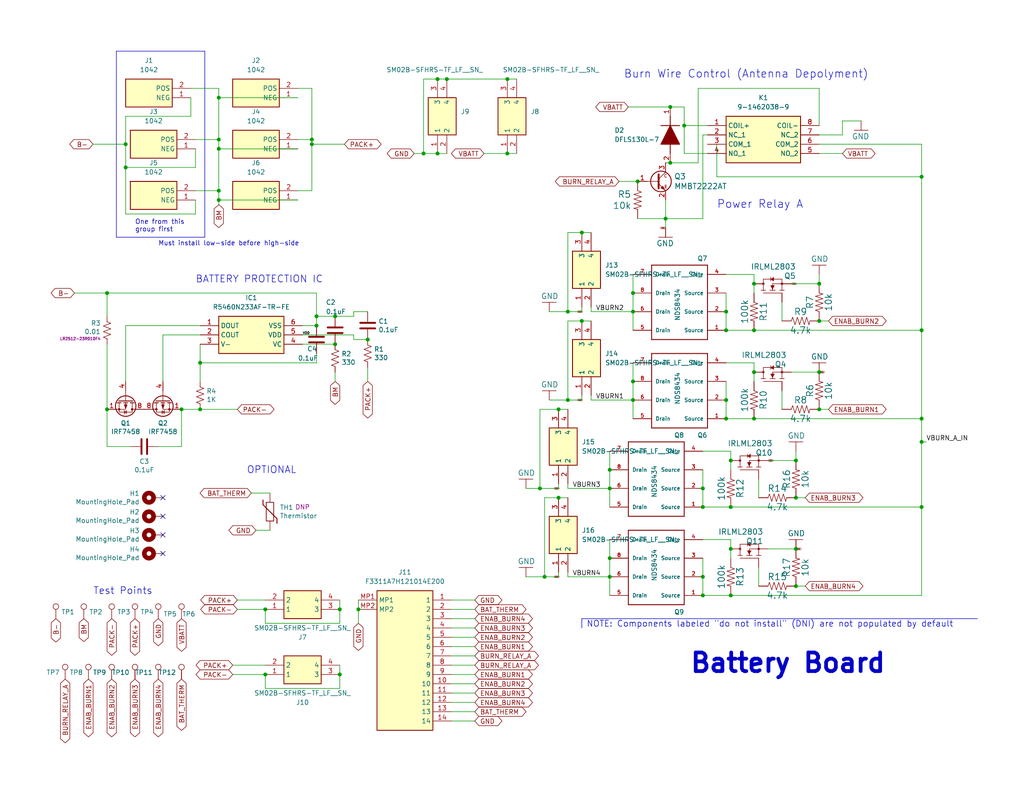
<source format=kicad_sch>
(kicad_sch (version 20230121) (generator eeschema)
  (paper "USLetter")
  (title_block (title "Battery Board") (date "2024-01-29") (rev "1.0") (company "CMU"))
  (junction (at 172.72 109.22))
  (junction (at 59.69 38.1))
  (junction (at 173.99 49.53))
  (junction (at 217.17 149.86))
  (junction (at 205.74 77.47))
  (junction (at 182.88 44.45))
  (junction (at 186.69 34.29))
  (junction (at 147.32 133.35))
  (junction (at 97.79 166.37))
  (junction (at 198.12 114.3))
  (junction (at 121.92 21.59))
  (junction (at 158.75 87.63))
  (junction (at 191.77 138.43))
  (junction (at 29.21 111.76))
  (junction (at 251.46 114.3))
  (junction (at 152.4 135.89))
  (junction (at 166.37 157.48))
  (junction (at 217.17 135.89))
  (junction (at 223.52 87.63))
  (junction (at 138.43 21.59))
  (junction (at 54.61 111.76))
  (junction (at 198.12 90.17))
  (junction (at 72.39 166.37))
  (junction (at 49.53 111.76))
  (junction (at 119.38 21.59))
  (junction (at 251.46 90.17))
  (junction (at 199.39 138.43))
  (junction (at 172.72 85.09))
  (junction (at 181.61 59.69))
  (junction (at 92.71 184.15))
  (junction (at 205.74 114.3))
  (junction (at 198.12 85.09))
  (junction (at 205.74 101.6))
  (junction (at 251.46 138.43))
  (junction (at 100.33 92.71))
  (junction (at 34.29 45.72))
  (junction (at 191.77 157.48))
  (junction (at 29.21 80.01))
  (junction (at 251.46 120.65))
  (junction (at 166.37 152.4))
  (junction (at 72.39 184.15))
  (junction (at 92.71 166.37))
  (junction (at 199.39 149.86))
  (junction (at 91.44 93.98))
  (junction (at 152.4 111.76))
  (junction (at 172.72 104.14))
  (junction (at 34.29 39.37))
  (junction (at 223.52 101.6))
  (junction (at 59.69 40.64))
  (junction (at 198.12 109.22))
  (junction (at 199.39 125.73))
  (junction (at 154.94 109.22))
  (junction (at 154.94 85.09))
  (junction (at 217.17 160.02))
  (junction (at 166.37 133.35))
  (junction (at 191.77 133.35))
  (junction (at 85.09 38.1))
  (junction (at 172.72 80.01))
  (junction (at 138.43 41.91))
  (junction (at 119.38 41.91))
  (junction (at 59.69 52.07))
  (junction (at 205.74 90.17))
  (junction (at 182.88 29.21))
  (junction (at 223.52 111.76))
  (junction (at 217.17 125.73))
  (junction (at 191.77 162.56))
  (junction (at 158.75 63.5))
  (junction (at 59.69 26.67))
  (junction (at 91.44 86.36))
  (junction (at 115.57 41.91))
  (junction (at 54.61 99.06))
  (junction (at 59.69 54.61))
  (junction (at 223.52 77.47))
  (junction (at 85.09 39.37))
  (junction (at 86.36 86.36))
  (junction (at 199.39 162.56))
  (junction (at 251.46 48.26))
  (junction (at 166.37 128.27))
  (junction (at 148.59 157.48))
  (junction (at 86.36 88.9))
  (no_connect (at 44.45 140.97))
  (no_connect (at 44.45 146.05))
  (no_connect (at 44.45 151.13))
  (no_connect (at 44.45 135.89))
  (wire (pts (xy 123.19 171.45) (xy 129.54 171.45)))
  (wire (pts (xy 154.94 109.22) (xy 158.75 109.22)))
  (wire (pts (xy 53.34 38.1) (xy 59.69 38.1)))
  (wire (pts (xy 166.37 157.48) (xy 166.37 152.4)))
  (wire (pts (xy 86.36 86.36) (xy 86.36 80.01)))
  (wire (pts (xy 198.12 104.14) (xy 198.12 109.22)))
  (wire (pts (xy 34.29 104.14) (xy 34.29 88.9)))
  (wire (pts (xy 198.12 80.01) (xy 198.12 85.09)))
  (wire (pts (xy 205.74 74.93) (xy 205.74 77.47)))
  (wire (pts (xy 172.72 85.09) (xy 172.72 90.17)))
  (wire (pts (xy 49.53 111.76) (xy 54.61 111.76)))
  (wire (pts (xy 193.04 36.83) (xy 191.77 36.83)))
  (wire (pts (xy 59.69 40.64) (xy 81.28 40.64)))
  (wire (pts (xy 72.39 166.37) (xy 72.39 170.18)))
  (wire (pts (xy 59.69 40.64) (xy 59.69 52.07)))
  (wire (pts (xy 172.72 114.3) (xy 172.72 109.22)))
  (wire (pts (xy 166.37 133.35) (xy 166.37 138.43)))
  (wire (pts (xy 205.74 90.17) (xy 251.46 90.17)))
  (wire (pts (xy 152.4 111.76) (xy 154.94 111.76)))
  (wire (pts (xy 81.28 24.13) (xy 85.09 24.13)))
  (wire (pts (xy 223.52 41.91) (xy 229.87 41.91)))
  (polyline (pts (xy 158.75 168.91) (xy 266.7 168.91)))
  (wire (pts (xy 68.58 134.62) (xy 73.66 134.62)))
  (wire (pts (xy 123.19 173.99) (xy 129.54 173.99)))
  (wire (pts (xy 59.69 52.07) (xy 59.69 54.61)))
  (wire (pts (xy 92.71 187.96) (xy 92.71 184.15)))
  (wire (pts (xy 198.12 99.06) (xy 205.74 99.06)))
  (wire (pts (xy 158.75 87.63) (xy 161.29 87.63)))
  (wire (pts (xy 85.09 39.37) (xy 85.09 52.07)))
  (wire (pts (xy 154.94 133.35) (xy 166.37 133.35)))
  (wire (pts (xy 154.94 132.08) (xy 154.94 133.35)))
  (wire (pts (xy 69.85 144.78) (xy 73.66 144.78)))
  (wire (pts (xy 207.01 130.81) (xy 207.01 135.89)))
  (wire (pts (xy 86.36 80.01) (xy 29.21 80.01)))
  (wire (pts (xy 158.75 107.95) (xy 158.75 109.22)))
  (wire (pts (xy 158.75 83.82) (xy 158.75 85.09)))
  (wire (pts (xy 191.77 152.4) (xy 191.77 157.48)))
  (wire (pts (xy 190.5 24.13) (xy 223.52 24.13)))
  (wire (pts (xy 52.07 31.75) (xy 34.29 31.75)))
  (wire (pts (xy 53.34 40.64) (xy 53.34 45.72)))
  (wire (pts (xy 82.55 88.9) (xy 86.36 88.9)))
  (wire (pts (xy 59.69 38.1) (xy 59.69 40.64)))
  (polyline (pts (xy 55.88 64.77) (xy 31.75 64.77)))
  (wire (pts (xy 123.19 189.23) (xy 129.54 189.23)))
  (wire (pts (xy 96.52 85.09) (xy 100.33 85.09)))
  (wire (pts (xy 96.52 91.44) (xy 96.52 92.71)))
  (wire (pts (xy 123.19 196.85) (xy 129.54 196.85)))
  (wire (pts (xy 123.19 168.91) (xy 129.54 168.91)))
  (wire (pts (xy 52.07 26.67) (xy 52.07 31.75)))
  (wire (pts (xy 223.52 77.47) (xy 223.52 74.93)))
  (wire (pts (xy 97.79 163.83) (xy 97.79 166.37)))
  (wire (pts (xy 115.57 41.91) (xy 119.38 41.91)))
  (wire (pts (xy 223.52 111.76) (xy 226.06 111.76)))
  (wire (pts (xy 123.19 181.61) (xy 129.54 181.61)))
  (wire (pts (xy 123.19 179.07) (xy 129.54 179.07)))
  (wire (pts (xy 213.36 82.55) (xy 213.36 87.63)))
  (wire (pts (xy 81.28 38.1) (xy 85.09 38.1)))
  (wire (pts (xy 81.28 54.61) (xy 59.69 54.61)))
  (wire (pts (xy 123.19 176.53) (xy 129.54 176.53)))
  (wire (pts (xy 251.46 90.17) (xy 251.46 114.3)))
  (wire (pts (xy 154.94 157.48) (xy 166.37 157.48)))
  (wire (pts (xy 195.58 39.37) (xy 195.58 48.26)))
  (wire (pts (xy 186.69 34.29) (xy 193.04 34.29)))
  (wire (pts (xy 143.51 133.35) (xy 147.32 133.35)))
  (wire (pts (xy 86.36 96.52) (xy 86.36 99.06)))
  (wire (pts (xy 53.34 45.72) (xy 34.29 45.72)))
  (wire (pts (xy 149.86 109.22) (xy 154.94 109.22)))
  (wire (pts (xy 166.37 123.19) (xy 166.37 128.27)))
  (wire (pts (xy 205.74 80.01) (xy 205.74 77.47)))
  (wire (pts (xy 161.29 83.82) (xy 161.29 85.09)))
  (polyline (pts (xy 31.75 64.77) (xy 31.75 13.97)))
  (wire (pts (xy 52.07 24.13) (xy 59.69 24.13)))
  (wire (pts (xy 186.69 34.29) (xy 186.69 41.91)))
  (wire (pts (xy 199.39 162.56) (xy 251.46 162.56)))
  (wire (pts (xy 82.55 93.98) (xy 91.44 93.98)))
  (wire (pts (xy 143.51 157.48) (xy 148.59 157.48)))
  (wire (pts (xy 217.17 149.86) (xy 209.55 149.86)))
  (wire (pts (xy 193.04 39.37) (xy 195.58 39.37)))
  (wire (pts (xy 199.39 152.4) (xy 199.39 149.86)))
  (wire (pts (xy 115.57 21.59) (xy 119.38 21.59)))
  (wire (pts (xy 123.19 186.69) (xy 129.54 186.69)))
  (wire (pts (xy 59.69 54.61) (xy 59.69 55.88)))
  (wire (pts (xy 64.77 166.37) (xy 72.39 166.37)))
  (wire (pts (xy 44.45 91.44) (xy 54.61 91.44)))
  (wire (pts (xy 44.45 91.44) (xy 44.45 104.14)))
  (wire (pts (xy 223.52 36.83) (xy 229.87 36.83)))
  (wire (pts (xy 182.88 29.21) (xy 186.69 29.21)))
  (wire (pts (xy 152.4 132.08) (xy 152.4 133.35)))
  (wire (pts (xy 34.29 45.72) (xy 34.29 58.42)))
  (wire (pts (xy 205.74 104.14) (xy 205.74 101.6)))
  (wire (pts (xy 63.5 184.15) (xy 72.39 184.15)))
  (wire (pts (xy 223.52 24.13) (xy 223.52 34.29)))
  (wire (pts (xy 205.74 114.3) (xy 198.12 114.3)))
  (wire (pts (xy 64.77 163.83) (xy 72.39 163.83)))
  (wire (pts (xy 172.72 80.01) (xy 172.72 85.09)))
  (wire (pts (xy 59.69 26.67) (xy 59.69 38.1)))
  (wire (pts (xy 158.75 87.63) (xy 154.94 87.63)))
  (wire (pts (xy 43.18 121.92) (xy 49.53 121.92)))
  (wire (pts (xy 64.77 111.76) (xy 54.61 111.76)))
  (wire (pts (xy 186.69 29.21) (xy 186.69 34.29)))
  (wire (pts (xy 29.21 121.92) (xy 29.21 111.76)))
  (wire (pts (xy 171.45 29.21) (xy 182.88 29.21)))
  (wire (pts (xy 173.99 59.69) (xy 181.61 59.69)))
  (polyline (pts (xy 31.75 13.97) (xy 55.88 13.97)))
  (wire (pts (xy 161.29 109.22) (xy 172.72 109.22)))
  (wire (pts (xy 251.46 114.3) (xy 251.46 120.65)))
  (wire (pts (xy 158.75 63.5) (xy 161.29 63.5)))
  (wire (pts (xy 251.46 39.37) (xy 251.46 48.26)))
  (wire (pts (xy 34.29 88.9) (xy 54.61 88.9)))
  (wire (pts (xy 29.21 80.01) (xy 20.32 80.01)))
  (wire (pts (xy 199.39 147.32) (xy 199.39 149.86)))
  (wire (pts (xy 54.61 99.06) (xy 54.61 93.98)))
  (wire (pts (xy 152.4 156.21) (xy 152.4 157.48)))
  (wire (pts (xy 191.77 59.69) (xy 181.61 59.69)))
  (wire (pts (xy 191.77 128.27) (xy 191.77 133.35)))
  (wire (pts (xy 182.88 44.45) (xy 190.5 44.45)))
  (wire (pts (xy 181.61 62.23) (xy 181.61 59.69)))
  (wire (pts (xy 199.39 162.56) (xy 191.77 162.56)))
  (wire (pts (xy 195.58 48.26) (xy 251.46 48.26)))
  (wire (pts (xy 123.19 184.15) (xy 129.54 184.15)))
  (wire (pts (xy 209.55 125.73) (xy 217.17 125.73)))
  (wire (pts (xy 181.61 59.69) (xy 181.61 54.61)))
  (wire (pts (xy 97.79 166.37) (xy 97.79 170.18)))
  (wire (pts (xy 198.12 85.09) (xy 198.12 90.17)))
  (wire (pts (xy 190.5 44.45) (xy 190.5 24.13)))
  (wire (pts (xy 82.55 91.44) (xy 96.52 91.44)))
  (wire (pts (xy 154.94 85.09) (xy 154.94 63.5)))
  (wire (pts (xy 149.86 85.09) (xy 154.94 85.09)))
  (wire (pts (xy 132.08 41.91) (xy 138.43 41.91)))
  (wire (pts (xy 123.19 191.77) (xy 129.54 191.77)))
  (wire (pts (xy 217.17 160.02) (xy 219.71 160.02)))
  (wire (pts (xy 229.87 36.83) (xy 229.87 33.02)))
  (wire (pts (xy 119.38 21.59) (xy 121.92 21.59)))
  (wire (pts (xy 53.34 52.07) (xy 59.69 52.07)))
  (wire (pts (xy 191.77 138.43) (xy 199.39 138.43)))
  (wire (pts (xy 34.29 39.37) (xy 25.4 39.37)))
  (wire (pts (xy 154.94 156.21) (xy 154.94 157.48)))
  (wire (pts (xy 85.09 24.13) (xy 85.09 38.1)))
  (wire (pts (xy 191.77 157.48) (xy 191.77 162.56)))
  (wire (pts (xy 34.29 58.42) (xy 53.34 58.42)))
  (wire (pts (xy 72.39 187.96) (xy 92.71 187.96)))
  (wire (pts (xy 152.4 135.89) (xy 148.59 135.89)))
  (wire (pts (xy 213.36 106.68) (xy 213.36 111.76)))
  (wire (pts (xy 29.21 111.76) (xy 29.21 93.98)))
  (wire (pts (xy 191.77 123.19) (xy 199.39 123.19)))
  (wire (pts (xy 91.44 104.14) (xy 91.44 101.6)))
  (wire (pts (xy 172.72 74.93) (xy 172.72 80.01)))
  (wire (pts (xy 223.52 39.37) (xy 251.46 39.37)))
  (wire (pts (xy 191.77 147.32) (xy 199.39 147.32)))
  (wire (pts (xy 191.77 36.83) (xy 191.77 59.69)))
  (wire (pts (xy 199.39 123.19) (xy 199.39 125.73)))
  (wire (pts (xy 172.72 109.22) (xy 172.72 104.14)))
  (wire (pts (xy 92.71 163.83) (xy 92.71 166.37)))
  (wire (pts (xy 49.53 121.92) (xy 49.53 111.76)))
  (wire (pts (xy 35.56 121.92) (xy 29.21 121.92)))
  (wire (pts (xy 91.44 86.36) (xy 96.52 86.36)))
  (wire (pts (xy 123.19 194.31) (xy 129.54 194.31)))
  (wire (pts (xy 123.19 166.37) (xy 129.54 166.37)))
  (wire (pts (xy 152.4 135.89) (xy 154.94 135.89)))
  (wire (pts (xy 154.94 87.63) (xy 154.94 109.22)))
  (wire (pts (xy 85.09 38.1) (xy 85.09 39.37)))
  (wire (pts (xy 251.46 138.43) (xy 251.46 120.65)))
  (wire (pts (xy 181.61 44.45) (xy 182.88 44.45)))
  (wire (pts (xy 72.39 184.15) (xy 72.39 187.96)))
  (wire (pts (xy 223.52 87.63) (xy 226.06 87.63)))
  (wire (pts (xy 148.59 135.89) (xy 148.59 157.48)))
  (wire (pts (xy 96.52 86.36) (xy 96.52 85.09)))
  (wire (pts (xy 100.33 104.14) (xy 100.33 100.33)))
  (wire (pts (xy 96.52 92.71) (xy 100.33 92.71)))
  (wire (pts (xy 198.12 90.17) (xy 205.74 90.17)))
  (wire (pts (xy 148.59 157.48) (xy 152.4 157.48)))
  (wire (pts (xy 85.09 39.37) (xy 93.98 39.37)))
  (wire (pts (xy 191.77 133.35) (xy 191.77 138.43)))
  (wire (pts (xy 121.92 21.59) (xy 138.43 21.59)))
  (wire (pts (xy 217.17 135.89) (xy 219.71 135.89)))
  (wire (pts (xy 251.46 48.26) (xy 251.46 90.17)))
  (wire (pts (xy 86.36 86.36) (xy 91.44 86.36)))
  (wire (pts (xy 81.28 26.67) (xy 59.69 26.67)))
  (wire (pts (xy 86.36 86.36) (xy 86.36 88.9)))
  (wire (pts (xy 166.37 152.4) (xy 166.37 147.32)))
  (polyline (pts (xy 55.88 13.97) (xy 55.88 64.77)))
  (wire (pts (xy 251.46 162.56) (xy 251.46 138.43)))
  (wire (pts (xy 199.39 128.27) (xy 199.39 125.73)))
  (wire (pts (xy 92.71 181.61) (xy 92.71 184.15)))
  (wire (pts (xy 115.57 41.91) (xy 115.57 21.59)))
  (wire (pts (xy 92.71 170.18) (xy 92.71 166.37)))
  (wire (pts (xy 217.17 125.73) (xy 217.17 123.19)))
  (wire (pts (xy 229.87 33.02) (xy 234.95 33.02)))
  (polyline (pts (xy 158.75 171.45) (xy 158.75 168.91)))
  (wire (pts (xy 154.94 85.09) (xy 158.75 85.09)))
  (wire (pts (xy 147.32 111.76) (xy 147.32 133.35)))
  (wire (pts (xy 198.12 74.93) (xy 205.74 74.93)))
  (wire (pts (xy 198.12 109.22) (xy 198.12 114.3)))
  (wire (pts (xy 29.21 80.01) (xy 29.21 86.36)))
  (wire (pts (xy 34.29 31.75) (xy 34.29 39.37)))
  (wire (pts (xy 168.91 49.53) (xy 173.99 49.53)))
  (wire (pts (xy 138.43 41.91) (xy 140.97 41.91)))
  (wire (pts (xy 147.32 133.35) (xy 152.4 133.35)))
  (wire (pts (xy 161.29 85.09) (xy 172.72 85.09)))
  (wire (pts (xy 152.4 111.76) (xy 147.32 111.76)))
  (wire (pts (xy 138.43 21.59) (xy 140.97 21.59)))
  (wire (pts (xy 85.09 52.07) (xy 81.28 52.07)))
  (wire (pts (xy 59.69 24.13) (xy 59.69 26.67)))
  (wire (pts (xy 123.19 163.83) (xy 129.54 163.83)))
  (wire (pts (xy 252.73 120.65) (xy 251.46 120.65)))
  (wire (pts (xy 119.38 41.91) (xy 121.92 41.91)))
  (wire (pts (xy 161.29 107.95) (xy 161.29 109.22)))
  (wire (pts (xy 34.29 39.37) (xy 34.29 45.72)))
  (wire (pts (xy 199.39 138.43) (xy 251.46 138.43)))
  (wire (pts (xy 53.34 58.42) (xy 53.34 54.61)))
  (wire (pts (xy 54.61 104.14) (xy 54.61 99.06)))
  (wire (pts (xy 86.36 99.06) (xy 54.61 99.06)))
  (wire (pts (xy 166.37 128.27) (xy 166.37 133.35)))
  (wire (pts (xy 193.04 41.91) (xy 186.69 41.91)))
  (wire (pts (xy 72.39 170.18) (xy 92.71 170.18)))
  (wire (pts (xy 166.37 162.56) (xy 166.37 157.48)))
  (wire (pts (xy 205.74 99.06) (xy 205.74 101.6)))
  (wire (pts (xy 113.03 41.91) (xy 115.57 41.91)))
  (wire (pts (xy 205.74 114.3) (xy 251.46 114.3)))
  (wire (pts (xy 215.9 77.47) (xy 223.52 77.47)))
  (wire (pts (xy 154.94 63.5) (xy 158.75 63.5)))
  (wire (pts (xy 172.72 104.14) (xy 172.72 99.06)))
  (wire (pts (xy 207.01 154.94) (xy 207.01 160.02)))
  (wire (pts (xy 63.5 181.61) (xy 72.39 181.61)))
  (wire (pts (xy 223.52 101.6) (xy 215.9 101.6)))
  (text "NOTE: Components labeled \"do not install\" (DNI) are not populated by default" (at 160.02 171.45 0) (effects (font (size 1.651 1.651)) (justify left bottom)))
  (text "OPTIONAL" (at 67.31 129.54 0) (effects (font (size 1.905 1.905)) (justify left bottom)))
  (text "BATTERY PROTECTION IC" (at 53.34 77.47 0) (effects (font (size 1.905 1.905)) (justify left bottom)))
  (text "Power Relay A" (at 195.58 57.15 0) (effects (font (size 2.159 2.159)) (justify left bottom)))
  (text "Must install low-side before high-side" (at 43.18 67.31 0) (effects (font (size 1.27 1.27)) (justify left bottom)))
  (text "Battery Board" (at 187.96 184.15 0) (effects (font (size 5.08 5.08) (thickness 1.016) bold) (justify left bottom)))
  (text "Burn Wire Control (Antenna Depolyment)" (at 170.18 21.59 0) (effects (font (size 2.159 2.159)) (justify left bottom)))
  (text "Test Points" (at 25.4 162.56 0) (effects (font (size 1.905 1.905)) (justify left bottom)))
  (text "One from this \ngroup first" (at 36.83 63.5 0) (effects (font (size 1.27 1.27)) (justify left bottom)))
  (label "VDD" (at 82.55 91.44 0) (effects (font (size 0.635 0.635))))
  (label "VBURN4" (at 156.21 157.48 0))
  (label "VBURN2" (at 162.56 85.09 0))
  (label "VBURN_A_IN" (at 252.73 120.65 0))
  (label "VBURN1" (at 162.56 109.22 0))
  (label "VBURN3" (at 156.21 133.35 0))
  (global_label "GND" (shape bidirectional) (at 129.54 196.85 0) (property "Intersheetrefs" "${INTERSHEET_REFS}" (effects hide)))
  (global_label "GND" (shape bidirectional) (at 151.13 157.48 0) (effects (font (size 0.254 0.254))) (property "Intersheetrefs" "${INTERSHEET_REFS}" (effects hide)))
  (global_label "PACK-" (shape bidirectional) (at 64.77 111.76 0) (property "Intersheetrefs" "${INTERSHEET_REFS}" (effects hide)))
  (global_label "ENAB_BURN2" (shape bidirectional) (at 30.48 185.42 270) (property "Intersheetrefs" "${INTERSHEET_REFS}" (effects hide)))
  (global_label "ENAB_BURN1" (shape bidirectional) (at 226.06 111.76 0) (property "Intersheetrefs" "${INTERSHEET_REFS}" (effects hide)))
  (global_label "GND" (shape bidirectional) (at 223.52 101.6 0) (effects (font (size 0.254 0.254))) (property "Intersheetrefs" "${INTERSHEET_REFS}" (effects hide)))
  (global_label "GND" (shape bidirectional) (at 97.79 170.18 270) (property "Intersheetrefs" "${INTERSHEET_REFS}" (effects hide)))
  (global_label "GND" (shape bidirectional) (at 129.54 163.83 0) (property "Intersheetrefs" "${INTERSHEET_REFS}" (effects hide)))
  (global_label "BURN_RELAY_A" (shape bidirectional) (at 129.54 179.07 0) (property "Intersheetrefs" "${INTERSHEET_REFS}" (effects hide)))
  (global_label "PACK+" (shape bidirectional) (at 100.33 104.14 270) (property "Intersheetrefs" "${INTERSHEET_REFS}" (effects hide)))
  (global_label "PACK-" (shape bidirectional) (at 63.5 184.15 180) (property "Intersheetrefs" "${INTERSHEET_REFS}" (effects hide)))
  (global_label "GND" (shape bidirectional) (at 181.61 62.23 180) (effects (font (size 0.254 0.254))) (property "Intersheetrefs" "${INTERSHEET_REFS}" (effects hide)))
  (global_label "ENAB_BURN3" (shape bidirectional) (at 129.54 189.23 0) (property "Intersheetrefs" "${INTERSHEET_REFS}" (effects hide)))
  (global_label "ENAB_BURN2" (shape bidirectional) (at 129.54 186.69 0) (property "Intersheetrefs" "${INTERSHEET_REFS}" (effects hide)))
  (global_label "ENAB_BURN3" (shape bidirectional) (at 129.54 171.45 0) (property "Intersheetrefs" "${INTERSHEET_REFS}" (effects hide)))
  (global_label "ENAB_BURN2" (shape bidirectional) (at 226.06 87.63 0) (property "Intersheetrefs" "${INTERSHEET_REFS}" (effects hide)))
  (global_label "BM" (shape bidirectional) (at 91.44 104.14 270) (property "Intersheetrefs" "${INTERSHEET_REFS}" (effects hide)))
  (global_label "PACK+" (shape bidirectional) (at 36.83 168.91 270) (property "Intersheetrefs" "${INTERSHEET_REFS}" (effects hide)))
  (global_label "B-" (shape bidirectional) (at 25.4 39.37 180) (property "Intersheetrefs" "${INTERSHEET_REFS}" (effects hide)))
  (global_label "PACK+" (shape bidirectional) (at 64.77 163.83 180) (property "Intersheetrefs" "${INTERSHEET_REFS}" (effects hide)))
  (global_label "VBATT" (shape bidirectional) (at 229.87 41.91 0) (property "Intersheetrefs" "${INTERSHEET_REFS}" (effects hide)))
  (global_label "VBATT" (shape bidirectional) (at 132.08 41.91 180) (property "Intersheetrefs" "${INTERSHEET_REFS}" (effects hide)))
  (global_label "GND" (shape bidirectional) (at 43.18 168.91 270) (property "Intersheetrefs" "${INTERSHEET_REFS}" (effects hide)))
  (global_label "ENAB_BURN1" (shape bidirectional) (at 129.54 184.15 0) (property "Intersheetrefs" "${INTERSHEET_REFS}" (effects hide)))
  (global_label "BAT_THERM" (shape bidirectional) (at 129.54 194.31 0) (property "Intersheetrefs" "${INTERSHEET_REFS}" (effects hide)))
  (global_label "BAT_THERM" (shape bidirectional) (at 49.53 185.42 270) (property "Intersheetrefs" "${INTERSHEET_REFS}" (effects hide)))
  (global_label "BURN_RELAY_A" (shape bidirectional) (at 17.78 185.42 270) (property "Intersheetrefs" "${INTERSHEET_REFS}" (effects hide)))
  (global_label "GND" (shape bidirectional) (at 209.55 125.73 0) (effects (font (size 0.254 0.254))) (property "Intersheetrefs" "${INTERSHEET_REFS}" (effects hide)))
  (global_label "ENAB_BURN4" (shape bidirectional) (at 219.71 160.02 0) (property "Intersheetrefs" "${INTERSHEET_REFS}" (effects hide)))
  (global_label "GND" (shape bidirectional) (at 151.13 133.35 0) (effects (font (size 0.254 0.254))) (property "Intersheetrefs" "${INTERSHEET_REFS}" (effects hide)))
  (global_label "BAT_THERM" (shape bidirectional) (at 68.58 134.62 180) (property "Intersheetrefs" "${INTERSHEET_REFS}" (effects hide)))
  (global_label "BM" (shape bidirectional) (at 59.69 55.88 270) (property "Intersheetrefs" "${INTERSHEET_REFS}" (effects hide)))
  (global_label "BURN_RELAY_A" (shape bidirectional) (at 129.54 181.61 0) (property "Intersheetrefs" "${INTERSHEET_REFS}" (effects hide)))
  (global_label "PACK-" (shape bidirectional) (at 30.48 168.91 270) (property "Intersheetrefs" "${INTERSHEET_REFS}" (effects hide)))
  (global_label "GND" (shape bidirectional) (at 157.48 109.22 0) (effects (font (size 0.254 0.254))) (property "Intersheetrefs" "${INTERSHEET_REFS}" (effects hide)))
  (global_label "GND" (shape bidirectional) (at 157.48 85.09 0) (effects (font (size 0.254 0.254))) (property "Intersheetrefs" "${INTERSHEET_REFS}" (effects hide)))
  (global_label "ENAB_BURN4" (shape bidirectional) (at 129.54 168.91 0) (property "Intersheetrefs" "${INTERSHEET_REFS}" (effects hide)))
  (global_label "BM" (shape bidirectional) (at 22.86 168.91 270) (property "Intersheetrefs" "${INTERSHEET_REFS}" (effects hide)))
  (global_label "BAT_THERM" (shape bidirectional) (at 129.54 166.37 0) (property "Intersheetrefs" "${INTERSHEET_REFS}" (effects hide)))
  (global_label "VBATT" (shape bidirectional) (at 171.45 29.21 180) (property "Intersheetrefs" "${INTERSHEET_REFS}" (effects hide)))
  (global_label "PACK+" (shape bidirectional) (at 93.98 39.37 0) (property "Intersheetrefs" "${INTERSHEET_REFS}" (effects hide)))
  (global_label "ENAB_BURN4" (shape bidirectional) (at 43.18 185.42 270) (property "Intersheetrefs" "${INTERSHEET_REFS}" (effects hide)))
  (global_label "ENAB_BURN3" (shape bidirectional) (at 36.83 185.42 270) (property "Intersheetrefs" "${INTERSHEET_REFS}" (effects hide)))
  (global_label "ENAB_BURN1" (shape bidirectional) (at 129.54 176.53 0) (property "Intersheetrefs" "${INTERSHEET_REFS}" (effects hide)))
  (global_label "ENAB_BURN3" (shape bidirectional) (at 219.71 135.89 0) (property "Intersheetrefs" "${INTERSHEET_REFS}" (effects hide)))
  (global_label "ENAB_BURN2" (shape bidirectional) (at 129.54 173.99 0) (property "Intersheetrefs" "${INTERSHEET_REFS}" (effects hide)))
  (global_label "B-" (shape bidirectional) (at 15.24 168.91 270) (property "Intersheetrefs" "${INTERSHEET_REFS}" (effects hide)))
  (global_label "GND" (shape bidirectional) (at 113.03 41.91 180) (property "Intersheetrefs" "${INTERSHEET_REFS}" (effects hide)))
  (global_label "ENAB_BURN4" (shape bidirectional) (at 129.54 191.77 0) (property "Intersheetrefs" "${INTERSHEET_REFS}" (effects hide)))
  (global_label "GND" (shape bidirectional) (at 217.17 149.86 0) (effects (font (size 0.254 0.254))) (property "Intersheetrefs" "${INTERSHEET_REFS}" (effects hide)))
  (global_label "BURN_RELAY_A" (shape bidirectional) (at 168.91 49.53 180) (property "Intersheetrefs" "${INTERSHEET_REFS}" (effects hide)))
  (global_label "ENAB_BURN1" (shape bidirectional) (at 24.13 185.42 270) (property "Intersheetrefs" "${INTERSHEET_REFS}" (effects hide)))
  (global_label "GND" (shape bidirectional) (at 69.85 144.78 180) (property "Intersheetrefs" "${INTERSHEET_REFS}" (effects hide)))
  (global_label "B-" (shape bidirectional) (at 20.32 80.01 180) (property "Intersheetrefs" "${INTERSHEET_REFS}" (effects hide)))
  (global_label "VBATT" (shape bidirectional) (at 49.53 168.91 270) (property "Intersheetrefs" "${INTERSHEET_REFS}" (effects hide)))
  (global_label "PACK+" (shape bidirectional) (at 63.5 181.61 180) (property "Intersheetrefs" "${INTERSHEET_REFS}" (effects hide)))
  (global_label "PACK-" (shape bidirectional) (at 64.77 166.37 180) (property "Intersheetrefs" "${INTERSHEET_REFS}" (effects hide)))
  (global_label "GND" (shape bidirectional) (at 215.9 77.47 0) (effects (font (size 0.254 0.254))) (property "Intersheetrefs" "${INTERSHEET_REFS}" (effects hide)))
  (symbol (lib_id "Connector:TestPoint") (at 15.24 168.91 0) (unit 1)
    (property "Reference" "TP1" (at 16.7132 167.0812 0) (effects (justify left)))
    (property "Value" "TestPoint" (effects hide))
    (property "Footprint" "TestPoint:TestPoint_Loop_D1.80mm_Drill1.0mm_Beaded" (effects hide))
    (property "DNP" "DNP" (effects hide))
  )
  (symbol (lib_id "Connector:TestPoint") (at 22.86 168.91 0) (unit 1)
    (property "Reference" "TP2" (at 24.3332 167.0812 0) (effects (justify left)))
    (property "Value" "TestPoint" (effects hide))
    (property "Footprint" "TestPoint:TestPoint_Loop_D1.80mm_Drill1.0mm_Beaded" (effects hide))
    (property "DNP" "DNP" (effects hide))
  )
  (symbol (lib_id "Connector:TestPoint") (at 30.48 168.91 0) (unit 1)
    (property "Reference" "TP3" (at 31.9532 167.0812 0) (effects (justify left)))
    (property "Value" "TestPoint" (effects hide))
    (property "Footprint" "TestPoint:TestPoint_Loop_D1.80mm_Drill1.0mm_Beaded" (effects hide))
    (property "DNP" "DNP" (effects hide))
  )
  (symbol (lib_id "Connector:TestPoint") (at 36.83 168.91 0) (unit 1)
    (property "Reference" "TP4" (at 38.3032 167.0812 0) (effects (justify left)))
    (property "Value" "TestPoint" (effects hide))
    (property "Footprint" "TestPoint:TestPoint_Loop_D1.80mm_Drill1.0mm_Beaded" (effects hide))
    (property "DNP" "DNP" (effects hide))
  )
  (symbol (lib_id "Transistor_FET:IRF7404") (at 44.45 109.22 90) (mirror x) (unit 1)
    (property "Reference" "Q2" (at 44.45 115.5446 90))
    (property "Value" "IRF7458" (at 44.45 117.856 90))
    (property "Footprint" "Package_SO:SOIC-8_3.9x4.9mm_P1.27mm" (effects hide))
    (property "Datasheet" "http://www.infineon.com/dgdl/irf7404.pdf?fileId=5546d462533600a4015355fa2b5b1b9e" (effects hide))
  )
  (symbol (lib_id "Transistor_FET:IRF7404") (at 34.29 109.22 270) (unit 1)
    (property "Reference" "Q1" (at 34.29 115.5446 90))
    (property "Value" "IRF7458" (at 34.29 117.856 90))
    (property "Footprint" "Package_SO:SOIC-8_3.9x4.9mm_P1.27mm" (effects hide))
    (property "Datasheet" "http://www.infineon.com/dgdl/irf7404.pdf?fileId=5546d462533600a4015355fa2b5b1b9e" (effects hide))
  )
  (symbol (lib_id "Device:R_US") (at 91.44 97.79 180) (unit 1)
    (property "Reference" "R2" (at 93.1672 96.6216 0) (effects (justify right)))
    (property "Value" "330" (at 93.1672 98.933 0) (effects (justify right)))
    (property "Footprint" "Resistor_SMD:R_0603_1608Metric" (effects hide))
  )
  (symbol (lib_id "Device:C") (at 91.44 90.17 0) (unit 1)
    (property "Reference" "C2" (at 88.9 82.55 0) (effects (justify left)))
    (property "Value" "0.1uF" (at 88.9 85.09 0) (effects (justify left)))
    (property "Footprint" "Capacitor_SMD:C_0603_1608Metric" (effects hide))
  )
  (symbol (lib_id "Device:C") (at 100.33 88.9 0) (unit 1)
    (property "Reference" "C1" (at 103.251 87.7316 0) (effects (justify left)))
    (property "Value" "0.1uF" (at 103.251 90.043 0) (effects (justify left)))
    (property "Footprint" "Capacitor_SMD:C_0603_1608Metric" (effects hide))
  )
  (symbol (lib_id "Device:R_US") (at 100.33 96.52 180) (unit 1)
    (property "Reference" "R1" (at 102.0572 95.3516 0) (effects (justify right)))
    (property "Value" "330" (at 102.0572 97.663 0) (effects (justify right)))
    (property "Footprint" "Resistor_SMD:R_0603_1608Metric" (effects hide))
  )
  (symbol (lib_id "Device:R_US") (at 54.61 107.95 0) (unit 1)
    (property "Reference" "R4" (at 56.3372 106.7816 0) (effects (justify left)))
    (property "Value" "1K" (at 56.3372 109.093 0) (effects (justify left)))
    (property "Footprint" "Resistor_SMD:R_0603_1608Metric" (effects hide))
    (property "Manufacturer_Part_Number" "LR2512-23R010F4" (effects hide))
  )
  (symbol (lib_id "Device:C") (at 86.36 92.71 0) (unit 1)
    (property "Reference" "C4" (at 83.82 95.25 0) (effects (justify left)))
    (property "Value" "0.1uF" (at 81.28 97.79 0) (effects (justify left)))
    (property "Footprint" "Capacitor_SMD:C_0603_1608Metric" (effects hide))
  )
  (symbol (lib_id "Device:R_US") (at 29.21 90.17 0) (unit 1)
    (property "Reference" "R3" (at 27.4828 88.2396 0) (effects (justify right)))
    (property "Value" "0.01" (at 27.4828 90.551 0) (effects (justify right)))
    (property "Footprint" "Resistor_SMD:R_2512_6332Metric" (effects hide))
    (property "PN" "LR2512-23R010F4" (at 27.4828 92.4814 0) (effects (font (size 0.762 0.762)) (justify right)))
  )
  (symbol (lib_id "Device:C") (at 39.37 121.92 90) (unit 1)
    (property "Reference" "C3" (at 39.37 125.984 90))
    (property "Value" "0.1uF" (at 39.37 128.2954 90))
    (property "Footprint" "Capacitor_SMD:C_0603_1608Metric" (effects hide))
  )
  (symbol (lib_id "Device:Thermistor") (at 73.66 139.7 0) (unit 1)
    (property "Reference" "TH1" (at 76.327 138.5316 0) (effects (justify left)))
    (property "Value" "Thermistor" (at 76.327 140.843 0) (effects (justify left)))
    (property "Footprint" "Resistor_THT:R_Axial_DIN0204_L3.6mm_D1.6mm_P5.08mm_Vertical" (effects hide))
    (property "DNP" "DNP" (at 82.55 138.43 0))
  )
  (symbol (lib_id "Mechanical:MountingHole_Pad") (at 41.91 135.89 90) (mirror x) (unit 1)
    (property "Reference" "H1" (at 38.1 134.7216 90) (effects (justify left)))
    (property "Value" "MountingHole_Pad" (at 38.1 137.033 90) (effects (justify left)))
    (property "Footprint" "custom-footprints:MountingHole_3.2mm_M3_DIN965_PadMOD" (effects hide))
    (property "DNP" "DNP" (effects hide))
  )
  (symbol (lib_id "Mechanical:MountingHole_Pad") (at 41.91 140.97 90) (mirror x) (unit 1)
    (property "Reference" "H2" (at 38.1 139.8016 90) (effects (justify left)))
    (property "Value" "MountingHole_Pad" (at 38.1 142.113 90) (effects (justify left)))
    (property "Footprint" "custom-footprints:MountingHole_3.2mm_M3_DIN965_PadMOD" (effects hide))
    (property "DNP" "DNP" (effects hide))
  )
  (symbol (lib_id "Mechanical:MountingHole_Pad") (at 41.91 146.05 90) (mirror x) (unit 1)
    (property "Reference" "H3" (at 38.1 144.8816 90) (effects (justify left)))
    (property "Value" "MountingHole_Pad" (at 38.1 147.193 90) (effects (justify left)))
    (property "Footprint" "custom-footprints:MountingHole_3.2mm_M3_DIN965_PadMOD" (effects hide))
    (property "DNP" "DNP" (effects hide))
  )
  (symbol (lib_id "Mechanical:MountingHole_Pad") (at 41.91 151.13 90) (mirror x) (unit 1)
    (property "Reference" "H4" (at 38.1 149.9616 90) (effects (justify left)))
    (property "Value" "MountingHole_Pad" (at 38.1 152.273 90) (effects (justify left)))
    (property "Footprint" "custom-footprints:MountingHole_3.2mm_M3_DIN965_PadMOD" (effects hide))
    (property "DNP" "DNP" (effects hide))
  )
  (symbol (lib_id "SamacSys_Parts:9-1462038-9") (at 193.04 34.29 0) (unit 1)
    (property "Reference" "K1" (at 208.28 26.67 0))
    (property "Value" "9-1462038-9" (at 208.28 29.21 0))
    (property "Footprint" "914620389" (effects hide))
    (property "Datasheet" "http://www.te.com/commerce/DocumentDelivery/DDEController?Action=srchrtrv&DocNm=108-98001&DocType=SS&DocLang=EN" (effects hide))
    (property "Height" "5.65" (effects hide))
    (property "Manufacturer_Name" "TE Connectivity" (effects hide))
    (property "Manufacturer_Part_Number" "9-1462038-9" (effects hide))
    (property "Arrow Part Number" "9-1462038-9" (effects hide))
    (property "Arrow Price/Stock" "https://www.arrow.com/en/products/9-1462038-9/te-connectivity?region=nac" (effects hide))
  )
  (symbol (lib_id "mainboard:GND") (at 181.61 64.77 0) (unit 1)
    (property "Reference" "#GND01" (effects hide))
    (property "Value" "GND" (at 179.07 67.31 0) (effects (font (size 1.4986 1.4986)) (justify left bottom)))
  )
  (symbol (lib_id "SamacSys_Parts:1042") (at 81.28 26.67 180) (unit 1)
    (property "Reference" "J2" (at 69.85 16.51 0))
    (property "Value" "1042" (at 69.85 19.05 0))
    (property "Footprint" "KEYSTONE-1042" (effects hide))
    (property "Datasheet" "http://www.mouser.com/ds/2/215/042-744829.pdf" (effects hide))
    (property "Manufacturer_Name" "Keystone Electronics" (effects hide))
    (property "Manufacturer_Part_Number" "1042" (effects hide))
    (property "Mouser Part Number" "534-1042" (effects hide))
    (property "Mouser Price/Stock" "https://www.mouser.co.uk/ProductDetail/Keystone-Electronics/1042?qs=%2F7TOpeL5Mz4qPdWi9tuLKw%3D%3D" (effects hide))
    (property "Arrow Part Number" "1042" (effects hide))
    (property "Arrow Price/Stock" "https://www.arrow.com/en/products/1042/keystone-electronics?region=europe" (effects hide))
  )
  (symbol (lib_id "SamacSys_Parts:DFLS130L-7") (at 182.88 29.21 270) (unit 1)
    (property "Reference" "D2" (at 167.64 35.56 90) (effects (justify left)))
    (property "Value" "DFLS130L-7" (at 167.64 38.1 90) (effects (justify left)))
    (property "Footprint" "POWERDI_123" (effects hide))
    (property "Datasheet" "https://datasheet.datasheetarchive.com/originals/distributors/SFDatasheet-0/sf-0003485.pdf" (effects hide))
    (property "Manufacturer_Name" "Diodes Incorporated" (effects hide))
    (property "Manufacturer_Part_Number" "DFLS130L-7" (effects hide))
    (property "Mouser Part Number" "621-DFLS130L" (effects hide))
    (property "Mouser Price/Stock" "https://www.mouser.co.uk/ProductDetail/Diodes-Incorporated/DFLS130L-7?qs=JV7lzlMm3yLedTETABmZ1A%3D%3D" (effects hide))
    (property "Arrow Part Number" "DFLS130L-7" (effects hide))
    (property "Arrow Price/Stock" "https://www.arrow.com/en/products/dfls130l-7/diodes-incorporated?region=nac" (effects hide))
  )
  (symbol (lib_id "mainboard:GND") (at 143.51 130.81 180) (unit 1)
    (property "Reference" "#GND07" (effects hide))
    (property "Value" "GND" (at 146.05 128.27 0) (effects (font (size 1.4986 1.4986)) (justify left bottom)))
  )
  (symbol (lib_id "mainboard:GND") (at 149.86 106.68 180) (unit 1)
    (property "Reference" "#GND05" (effects hide))
    (property "Value" "GND" (at 152.4 104.14 0) (effects (font (size 1.4986 1.4986)) (justify left bottom)))
  )
  (symbol (lib_id "SamacSys_Parts:SM02B-SFHRS-TF_LF__SN_") (at 92.71 181.61 0) (mirror y) (unit 1)
    (property "Reference" "J10" (at 82.55 191.77 0))
    (property "Value" "SM02B-SFHRS-TF_LF__SN_" (at 82.55 189.23 0))
    (property "Footprint" "SM02BSFHRSTFLFSN" (effects hide))
    (property "Datasheet" "http://www.jst-mfg.com/product/pdf/eng/eSFH.pdf" (effects hide))
    (property "Height" "3" (effects hide))
    (property "Manufacturer_Name" "JST (JAPAN SOLDERLESS TERMINALS)" (effects hide))
    (property "Manufacturer_Part_Number" "SM02B-SFHRS-TF(LF)(SN)" (effects hide))
    (property "Arrow Part Number" "SM02B-SFHRS-TF(LF)(SN)" (effects hide))
    (property "Arrow Price/Stock" "https://www.arrow.com/en/products/sm02b-sfhrs-tf-lf-sn/jst-manufacturing?region=europe" (effects hide))
  )
  (symbol (lib_id "SamacSys_Parts:SM02B-SFHRS-TF_LF__SN_") (at 92.71 163.83 0) (mirror y) (unit 1)
    (property "Reference" "J7" (at 82.55 173.99 0))
    (property "Value" "SM02B-SFHRS-TF_LF__SN_" (at 82.55 171.45 0))
    (property "Footprint" "SM02BSFHRSTFLFSN" (effects hide))
    (property "Datasheet" "http://www.jst-mfg.com/product/pdf/eng/eSFH.pdf" (effects hide))
    (property "Height" "3" (effects hide))
    (property "Manufacturer_Name" "JST (JAPAN SOLDERLESS TERMINALS)" (effects hide))
    (property "Manufacturer_Part_Number" "SM02B-SFHRS-TF(LF)(SN)" (effects hide))
    (property "Arrow Part Number" "SM02B-SFHRS-TF(LF)(SN)" (effects hide))
    (property "Arrow Price/Stock" "https://www.arrow.com/en/products/sm02b-sfhrs-tf-lf-sn/jst-manufacturing?region=europe" (effects hide))
  )
  (symbol (lib_id "mainboard:RESISTOR0603") (at 199.39 157.48 270) (unit 1)
    (property "Reference" "R13" (at 200.914 157.48 0) (effects (font (size 1.778 1.778)) (justify bottom)))
    (property "Value" "100k" (at 197.866 157.48 0) (effects (font (size 1.778 1.778)) (justify top)))
    (property "Footprint" "Resistor_SMD:R_0603_1608Metric" (effects hide))
    (property "Description" "100K 0603" (effects hide))
  )
  (symbol (lib_id "Connector:TestPoint") (at 43.18 168.91 0) (mirror y) (unit 1)
    (property "Reference" "TP5" (at 48.26 167.64 0) (effects (justify left)))
    (property "Value" "TestPoint" (effects hide))
    (property "Footprint" "TestPoint:TestPoint_Loop_D1.80mm_Drill1.0mm_Beaded" (effects hide))
    (property "DNP" "DNP" (effects hide))
  )
  (symbol (lib_id "mainboard:GND") (at 217.17 147.32 180) (unit 1)
    (property "Reference" "#GND010" (effects hide))
    (property "Value" "GND" (at 219.71 144.78 0) (effects (font (size 1.4986 1.4986)) (justify left bottom)))
  )
  (symbol (lib_id "SamacSys_Parts:F3311A7H121014E200") (at 97.79 163.83 0) (unit 1)
    (property "Reference" "J11" (at 110.49 156.21 0))
    (property "Value" "F3311A7H121014E200" (at 110.49 158.75 0))
    (property "Footprint" "F3311A7H121014E200" (effects hide))
    (property "Datasheet" "https://cdn.amphenol-cs.com/media/wysiwyg/files/documentation/datasheet/flex/ffc_fpc_050mm_f331.pdf" (effects hide))
    (property "Height" "1.12" (effects hide))
    (property "Manufacturer_Name" "Amphenol Communications Solutions" (effects hide))
    (property "Manufacturer_Part_Number" "F3311A7H121014E200" (effects hide))
  )
  (symbol (lib_id "mainboard:GND") (at 223.52 99.06 180) (unit 1)
    (property "Reference" "#GND03" (effects hide))
    (property "Value" "GND" (at 226.06 96.52 0) (effects (font (size 1.4986 1.4986)) (justify left bottom)))
  )
  (symbol (lib_name "NDS8434_4") (lib_id "mainboard:NDS8434") (at 185.42 82.55 180) (unit 1)
    (property "Reference" "Q7" (at 193.04 69.85 0) (effects (justify left bottom)))
    (property "Value" "NDS8434" (at 184.15 78.74 90) (effects (justify left bottom)))
    (property "Footprint" "mainboard:NDS8434" (effects hide))
    (property "Datasheet" "https://www.onsemi.com/pdf/datasheet/nds8434-d.pdf" (effects hide))
    (property "Description" "P-Channel MOSFET" (effects hide))
    (property "Flight" "NDS8434" (effects hide))
    (property "Manufacturer_Name" "ON Semiconductor" (effects hide))
    (property "Manufacturer_Part_Number" "NDS8434" (effects hide))
    (property "Proto" "DMP2022LSS-13" (effects hide))
  )
  (symbol (lib_id "mainboard:GND") (at 234.95 35.56 0) (unit 1)
    (property "Reference" "#GND02" (effects hide))
    (property "Value" "GND" (at 232.41 38.1 0) (effects (font (size 1.4986 1.4986)) (justify left bottom)))
  )
  (symbol (lib_id "mainboard:RESISTOR0603") (at 218.44 87.63 0) (unit 1)
    (property "Reference" "R9" (at 218.44 86.106 0) (effects (font (size 1.778 1.778)) (justify bottom)))
    (property "Value" "4.7k" (at 218.44 89.154 0) (effects (font (size 1.778 1.778)) (justify top)))
    (property "Footprint" "Resistor_SMD:R_0603_1608Metric" (effects hide))
    (property "Description" "4.7k 0603" (effects hide))
  )
  (symbol (lib_id "mainboard:RESISTOR0603") (at 223.52 106.68 90) (unit 1)
    (property "Reference" "R6" (at 221.996 106.68 0) (effects (font (size 1.778 1.778)) (justify bottom)))
    (property "Value" "10k" (at 225.044 106.68 0) (effects (font (size 1.778 1.778)) (justify top)))
    (property "Footprint" "Resistor_SMD:R_0603_1608Metric" (effects hide))
    (property "Description" "10k 0603" (effects hide))
  )
  (symbol (lib_id "mainboard:IRLML2803TRPBF") (at 210.82 80.01 90) (unit 1)
    (property "Reference" "Q5" (at 217.17 76.2 90) (effects (font (size 1.4986 1.4986)) (justify left top)))
    (property "Value" "IRLML2803" (at 217.17 73.66 90) (effects (font (size 1.4986 1.4986)) (justify left top)))
    (property "Footprint" "mainboard:SOT-23" (effects hide))
    (property "Datasheet" "https://www.onsemi.com/pdf/datasheet/mmbt2222att1-d.pdf" (effects hide))
    (property "Description" "Single N-Channel MOSFET" (effects hide))
    (property "Flight" "MMBT2222AT " (effects hide))
    (property "Manufacturer_Name" "ON Semiconductor" (effects hide))
    (property "Manufacturer_Part_Number" "MMBT2222AT " (effects hide))
    (property "Proto" "2302" (effects hide))
  )
  (symbol (lib_id "mainboard:RESISTOR0603") (at 212.09 135.89 0) (unit 1)
    (property "Reference" "R14" (at 212.09 134.366 0) (effects (font (size 1.778 1.778)) (justify bottom)))
    (property "Value" "4.7k" (at 212.09 137.414 0) (effects (font (size 1.778 1.778)) (justify top)))
    (property "Footprint" "Resistor_SMD:R_0603_1608Metric" (effects hide))
    (property "Description" "4.7k 0603" (effects hide))
  )
  (symbol (lib_id "mainboard:RESISTOR0603") (at 217.17 130.81 90) (unit 1)
    (property "Reference" "R16" (at 215.646 130.81 0) (effects (font (size 1.778 1.778)) (justify bottom)))
    (property "Value" "10k" (at 218.694 130.81 0) (effects (font (size 1.778 1.778)) (justify top)))
    (property "Footprint" "Resistor_SMD:R_0603_1608Metric" (effects hide))
    (property "Description" "10k 0603" (effects hide))
  )
  (symbol (lib_id "Connector:TestPoint") (at 43.18 185.42 0) (mirror y) (unit 1)
    (property "Reference" "TP11" (at 41.7068 183.5912 0) (effects (justify left)))
    (property "Value" "TestPoint" (effects hide))
    (property "Footprint" "TestPoint:TestPoint_Loop_D1.80mm_Drill1.0mm_Beaded" (effects hide))
    (property "DNP" "DNP" (effects hide))
  )
  (symbol (lib_name "NDS8434_3") (lib_id "mainboard:NDS8434") (at 179.07 154.94 180) (unit 1)
    (property "Reference" "Q9" (at 186.69 166.37 0) (effects (justify left bottom)))
    (property "Value" "NDS8434" (at 177.8 149.86 90) (effects (justify left bottom)))
    (property "Footprint" "mainboard:NDS8434" (effects hide))
    (property "Datasheet" "https://www.onsemi.com/pdf/datasheet/nds8434-d.pdf" (effects hide))
    (property "Description" "P-Channel MOSFET" (effects hide))
    (property "Flight" "NDS8434" (effects hide))
    (property "Manufacturer_Name" "ON Semiconductor" (effects hide))
    (property "Manufacturer_Part_Number" "NDS8434" (effects hide))
    (property "Proto" "DMP2022LSS-13" (effects hide))
  )
  (symbol (lib_name "NDS8434_4") (lib_id "mainboard:NDS8434") (at 179.07 130.81 180) (unit 1)
    (property "Reference" "Q8" (at 186.69 118.11 0) (effects (justify left bottom)))
    (property "Value" "NDS8434" (at 177.8 127 90) (effects (justify left bottom)))
    (property "Footprint" "mainboard:NDS8434" (effects hide))
    (property "Datasheet" "https://www.onsemi.com/pdf/datasheet/nds8434-d.pdf" (effects hide))
    (property "Description" "P-Channel MOSFET" (effects hide))
    (property "Flight" "NDS8434" (effects hide))
    (property "Manufacturer_Name" "ON Semiconductor" (effects hide))
    (property "Manufacturer_Part_Number" "NDS8434" (effects hide))
    (property "Proto" "DMP2022LSS-13" (effects hide))
  )
  (symbol (lib_id "mainboard:GND") (at 217.17 120.65 180) (unit 1)
    (property "Reference" "#GND09" (effects hide))
    (property "Value" "GND" (at 219.71 118.11 0) (effects (font (size 1.4986 1.4986)) (justify left bottom)))
  )
  (symbol (lib_id "Connector:TestPoint") (at 24.13 185.42 0) (mirror y) (unit 1)
    (property "Reference" "TP8" (at 22.6568 183.5912 0) (effects (justify left)))
    (property "Value" "TestPoint" (effects hide))
    (property "Footprint" "TestPoint:TestPoint_Loop_D1.80mm_Drill1.0mm_Beaded" (effects hide))
    (property "DNP" "DNP" (effects hide))
  )
  (symbol (lib_id "Connector:TestPoint") (at 17.78 185.42 0) (mirror y) (unit 1)
    (property "Reference" "TP7" (at 16.3068 183.5912 0) (effects (justify left)))
    (property "Value" "TestPoint" (effects hide))
    (property "Footprint" "TestPoint:TestPoint_Loop_D1.80mm_Drill1.0mm_Beaded" (effects hide))
    (property "DNP" "DNP" (effects hide))
  )
  (symbol (lib_id "SamacSys_Parts:R5460N233AF-TR-FE") (at 54.61 88.9 0) (unit 1)
    (property "Reference" "IC1" (at 68.58 81.28 0))
    (property "Value" "R5460N233AF-TR-FE" (at 68.58 83.82 0))
    (property "Footprint" "SOT95P280X140-6N" (effects hide))
    (property "Datasheet" "http://www.mouser.com/datasheet/2/792/r5460-e-1085730.pdf" (effects hide))
    (property "Height" "1.4" (effects hide))
    (property "Manufacturer_Name" "Ricoh" (effects hide))
    (property "Manufacturer_Part_Number" "R5460N233AF-TR-FE" (effects hide))
    (property "Mouser Part Number" "848-R5460N233AFTRFE" (effects hide))
    (property "Mouser Price/Stock" "https://www.mouser.co.uk/ProductDetail/Ricoh-Electronic-Devices-Company/R5460N233AF-TR-FE?qs=0lQeLiL1qyZJIzN8jBJcMQ%3D%3D" (effects hide))
  )
  (symbol (lib_id "SamacSys_Parts:SM02B-SFHRS-TF_LF__SN_") (at 161.29 63.5 270) (unit 1)
    (property "Reference" "J13" (at 165.1 72.39 90) (effects (justify left)))
    (property "Value" "SM02B-SFHRS-TF_LF__SN_" (at 165.1 74.93 90) (effects (justify left)))
    (property "Footprint" "SM02BSFHRSTFLFSN" (effects hide))
    (property "Datasheet" "http://www.jst-mfg.com/product/pdf/eng/eSFH.pdf" (effects hide))
    (property "Height" "3" (effects hide))
    (property "Manufacturer_Name" "JST (JAPAN SOLDERLESS TERMINALS)" (effects hide))
    (property "Manufacturer_Part_Number" "SM02B-SFHRS-TF(LF)(SN)" (effects hide))
    (property "Arrow Part Number" "SM02B-SFHRS-TF(LF)(SN)" (effects hide))
    (property "Arrow Price/Stock" "https://www.arrow.com/en/products/sm02b-sfhrs-tf-lf-sn/jst-manufacturing?region=europe" (effects hide))
  )
  (symbol (lib_id "SamacSys_Parts:1042") (at 52.07 26.67 180) (unit 1)
    (property "Reference" "J1" (at 40.64 16.51 0))
    (property "Value" "1042" (at 40.64 19.05 0))
    (property "Footprint" "KEYSTONE-1042" (effects hide))
    (property "Datasheet" "http://www.mouser.com/ds/2/215/042-744829.pdf" (effects hide))
    (property "Manufacturer_Name" "Keystone Electronics" (effects hide))
    (property "Manufacturer_Part_Number" "1042" (effects hide))
    (property "Mouser Part Number" "534-1042" (effects hide))
    (property "Mouser Price/Stock" "https://www.mouser.co.uk/ProductDetail/Keystone-Electronics/1042?qs=%2F7TOpeL5Mz4qPdWi9tuLKw%3D%3D" (effects hide))
    (property "Arrow Part Number" "1042" (effects hide))
    (property "Arrow Price/Stock" "https://www.arrow.com/en/products/1042/keystone-electronics?region=europe" (effects hide))
  )
  (symbol (lib_id "SamacSys_Parts:1042") (at 81.28 40.64 180) (unit 1)
    (property "Reference" "J4" (at 69.85 30.48 0))
    (property "Value" "1042" (at 69.85 33.02 0))
    (property "Footprint" "KEYSTONE-1042" (effects hide))
    (property "Datasheet" "http://www.mouser.com/ds/2/215/042-744829.pdf" (effects hide))
    (property "Manufacturer_Name" "Keystone Electronics" (effects hide))
    (property "Manufacturer_Part_Number" "1042" (effects hide))
    (property "Mouser Part Number" "534-1042" (effects hide))
    (property "Mouser Price/Stock" "https://www.mouser.co.uk/ProductDetail/Keystone-Electronics/1042?qs=%2F7TOpeL5Mz4qPdWi9tuLKw%3D%3D" (effects hide))
    (property "Arrow Part Number" "1042" (effects hide))
    (property "Arrow Price/Stock" "https://www.arrow.com/en/products/1042/keystone-electronics?region=europe" (effects hide))
  )
  (symbol (lib_id "SamacSys_Parts:SM02B-SFHRS-TF_LF__SN_") (at 121.92 21.59 270) (unit 1)
    (property "Reference" "J9" (at 125.73 30.48 90) (effects (justify left)))
    (property "Value" "SM02B-SFHRS-TF_LF__SN_" (at 105.41 19.05 90) (effects (justify left)))
    (property "Footprint" "SM02BSFHRSTFLFSN" (effects hide))
    (property "Datasheet" "http://www.jst-mfg.com/product/pdf/eng/eSFH.pdf" (effects hide))
    (property "Height" "3" (effects hide))
    (property "Manufacturer_Name" "JST (JAPAN SOLDERLESS TERMINALS)" (effects hide))
    (property "Manufacturer_Part_Number" "SM02B-SFHRS-TF(LF)(SN)" (effects hide))
    (property "Arrow Part Number" "SM02B-SFHRS-TF(LF)(SN)" (effects hide))
    (property "Arrow Price/Stock" "https://www.arrow.com/en/products/sm02b-sfhrs-tf-lf-sn/jst-manufacturing?region=europe" (effects hide))
  )
  (symbol (lib_id "mainboard:RESISTOR0603") (at 212.09 160.02 0) (unit 1)
    (property "Reference" "R15" (at 212.09 158.496 0) (effects (font (size 1.778 1.778)) (justify bottom)))
    (property "Value" "4.7k" (at 212.09 161.544 0) (effects (font (size 1.778 1.778)) (justify top)))
    (property "Footprint" "Resistor_SMD:R_0603_1608Metric" (effects hide))
    (property "Description" "4.7k 0603" (effects hide))
  )
  (symbol (lib_id "SamacSys_Parts:1042") (at 53.34 40.64 180) (unit 1)
    (property "Reference" "J3" (at 41.91 30.48 0))
    (property "Value" "1042" (at 41.91 33.02 0))
    (property "Footprint" "KEYSTONE-1042" (effects hide))
    (property "Datasheet" "http://www.mouser.com/ds/2/215/042-744829.pdf" (effects hide))
    (property "Manufacturer_Name" "Keystone Electronics" (effects hide))
    (property "Manufacturer_Part_Number" "1042" (effects hide))
    (property "Mouser Part Number" "534-1042" (effects hide))
    (property "Mouser Price/Stock" "https://www.mouser.co.uk/ProductDetail/Keystone-Electronics/1042?qs=%2F7TOpeL5Mz4qPdWi9tuLKw%3D%3D" (effects hide))
    (property "Arrow Part Number" "1042" (effects hide))
    (property "Arrow Price/Stock" "https://www.arrow.com/en/products/1042/keystone-electronics?region=europe" (effects hide))
  )
  (symbol (lib_id "SamacSys_Parts:SM02B-SFHRS-TF_LF__SN_") (at 154.94 111.76 270) (unit 1)
    (property "Reference" "J15" (at 158.75 120.65 90) (effects (justify left)))
    (property "Value" "SM02B-SFHRS-TF_LF__SN_" (at 158.75 123.19 90) (effects (justify left)))
    (property "Footprint" "SM02BSFHRSTFLFSN" (effects hide))
    (property "Datasheet" "http://www.jst-mfg.com/product/pdf/eng/eSFH.pdf" (effects hide))
    (property "Height" "3" (effects hide))
    (property "Manufacturer_Name" "JST (JAPAN SOLDERLESS TERMINALS)" (effects hide))
    (property "Manufacturer_Part_Number" "SM02B-SFHRS-TF(LF)(SN)" (effects hide))
    (property "Arrow Part Number" "SM02B-SFHRS-TF(LF)(SN)" (effects hide))
    (property "Arrow Price/Stock" "https://www.arrow.com/en/products/sm02b-sfhrs-tf-lf-sn/jst-manufacturing?region=europe" (effects hide))
  )
  (symbol (lib_id "Connector:TestPoint") (at 49.53 185.42 0) (mirror y) (unit 1)
    (property "Reference" "TP12" (at 48.0568 183.5912 0) (effects (justify left)))
    (property "Value" "TestPoint" (effects hide))
    (property "Footprint" "TestPoint:TestPoint_Loop_D1.80mm_Drill1.0mm_Beaded" (effects hide))
    (property "DNP" "DNP" (effects hide))
  )
  (symbol (lib_id "mainboard:GND") (at 143.51 154.94 180) (unit 1)
    (property "Reference" "#GND08" (effects hide))
    (property "Value" "GND" (at 146.05 152.4 0) (effects (font (size 1.4986 1.4986)) (justify left bottom)))
  )
  (symbol (lib_id "mainboard:GND") (at 223.52 72.39 180) (unit 1)
    (property "Reference" "#GND04" (effects hide))
    (property "Value" "GND" (at 226.06 69.85 0) (effects (font (size 1.4986 1.4986)) (justify left bottom)))
  )
  (symbol (lib_id "Connector:TestPoint") (at 49.53 168.91 0) (mirror y) (unit 1)
    (property "Reference" "TP6" (at 53.34 167.64 0) (effects (justify left)))
    (property "Value" "TestPoint" (effects hide))
    (property "Footprint" "TestPoint:TestPoint_Loop_D1.80mm_Drill1.0mm_Beaded" (effects hide))
    (property "DNP" "DNP" (effects hide))
  )
  (symbol (lib_id "mainboard:RESISTOR0603") (at 218.44 111.76 0) (unit 1)
    (property "Reference" "R8" (at 218.44 110.236 0) (effects (font (size 1.778 1.778)) (justify bottom)))
    (property "Value" "4.7k" (at 218.44 113.284 0) (effects (font (size 1.778 1.778)) (justify top)))
    (property "Footprint" "Resistor_SMD:R_0603_1608Metric" (effects hide))
    (property "Description" "4.7k 0603" (effects hide))
  )
  (symbol (lib_id "SamacSys_Parts:SM02B-SFHRS-TF_LF__SN_") (at 154.94 135.89 270) (unit 1)
    (property "Reference" "J16" (at 158.75 144.78 90) (effects (justify left)))
    (property "Value" "SM02B-SFHRS-TF_LF__SN_" (at 158.75 147.32 90) (effects (justify left)))
    (property "Footprint" "SM02BSFHRSTFLFSN" (effects hide))
    (property "Datasheet" "http://www.jst-mfg.com/product/pdf/eng/eSFH.pdf" (effects hide))
    (property "Height" "3" (effects hide))
    (property "Manufacturer_Name" "JST (JAPAN SOLDERLESS TERMINALS)" (effects hide))
    (property "Manufacturer_Part_Number" "SM02B-SFHRS-TF(LF)(SN)" (effects hide))
    (property "Arrow Part Number" "SM02B-SFHRS-TF(LF)(SN)" (effects hide))
    (property "Arrow Price/Stock" "https://www.arrow.com/en/products/sm02b-sfhrs-tf-lf-sn/jst-manufacturing?region=europe" (effects hide))
  )
  (symbol (lib_id "SamacSys_Parts:SM02B-SFHRS-TF_LF__SN_") (at 161.29 87.63 270) (unit 1)
    (property "Reference" "J14" (at 165.1 96.52 90) (effects (justify left)))
    (property "Value" "SM02B-SFHRS-TF_LF__SN_" (at 165.1 99.06 90) (effects (justify left)))
    (property "Footprint" "SM02BSFHRSTFLFSN" (effects hide))
    (property "Datasheet" "http://www.jst-mfg.com/product/pdf/eng/eSFH.pdf" (effects hide))
    (property "Height" "3" (effects hide))
    (property "Manufacturer_Name" "JST (JAPAN SOLDERLESS TERMINALS)" (effects hide))
    (property "Manufacturer_Part_Number" "SM02B-SFHRS-TF(LF)(SN)" (effects hide))
    (property "Arrow Part Number" "SM02B-SFHRS-TF(LF)(SN)" (effects hide))
    (property "Arrow Price/Stock" "https://www.arrow.com/en/products/sm02b-sfhrs-tf-lf-sn/jst-manufacturing?region=europe" (effects hide))
  )
  (symbol (lib_name "NDS8434_3") (lib_id "mainboard:NDS8434") (at 185.42 106.68 180) (unit 1)
    (property "Reference" "Q6" (at 193.04 118.11 0) (effects (justify left bottom)))
    (property "Value" "NDS8434" (at 184.15 101.6 90) (effects (justify left bottom)))
    (property "Footprint" "mainboard:NDS8434" (effects hide))
    (property "Datasheet" "https://www.onsemi.com/pdf/datasheet/nds8434-d.pdf" (effects hide))
    (property "Description" "P-Channel MOSFET" (effects hide))
    (property "Flight" "NDS8434" (effects hide))
    (property "Manufacturer_Name" "ON Semiconductor" (effects hide))
    (property "Manufacturer_Part_Number" "NDS8434" (effects hide))
    (property "Proto" "DMP2022LSS-13" (effects hide))
  )
  (symbol (lib_id "mainboard:RESISTOR0603") (at 173.99 54.61 270) (unit 1)
    (property "Reference" "R5" (at 172.2882 53.0606 90) (effects (font (size 1.778 1.778)) (justify right)))
    (property "Value" "10k" (at 172.2882 56.134 90) (effects (font (size 1.778 1.778)) (justify right)))
    (property "Footprint" "Resistor_SMD:R_0603_1608Metric" (effects hide))
    (property "Description" "10k 0603" (effects hide))
  )
  (symbol (lib_id "mainboard:MMBT2222AT") (at 181.61 49.53 0) (unit 1)
    (property "Reference" "Q3" (at 183.9214 48.1838 0) (effects (font (size 1.4986 1.4986)) (justify left)))
    (property "Value" "MMBT2222AT" (at 183.9214 50.8508 0) (effects (font (size 1.4986 1.4986)) (justify left)))
    (property "Footprint" "mainboard:SOT-23" (effects hide))
    (property "Datasheet" "https://www.onsemi.com/pdf/datasheet/mmbt2222att1-d.pdf" (effects hide))
    (property "Description" "Single NPN BJT" (effects hide))
    (property "Flight" "NSVMMBT2222ATT1G" (effects hide))
    (property "Manufacturer_Name" "ON Semiconductor" (effects hide))
    (property "Manufacturer_Part_Number" "MMBT2222ALT1G" (effects hide))
    (property "Proto" "MMBT2222ALT1G" (effects hide))
  )
  (symbol (lib_id "SamacSys_Parts:1042") (at 81.28 54.61 180) (unit 1)
    (property "Reference" "J6" (at 69.85 44.45 0))
    (property "Value" "1042" (at 69.85 46.99 0))
    (property "Footprint" "KEYSTONE-1042" (effects hide))
    (property "Datasheet" "http://www.mouser.com/ds/2/215/042-744829.pdf" (effects hide))
    (property "Manufacturer_Name" "Keystone Electronics" (effects hide))
    (property "Manufacturer_Part_Number" "1042" (effects hide))
    (property "Mouser Part Number" "534-1042" (effects hide))
    (property "Mouser Price/Stock" "https://www.mouser.co.uk/ProductDetail/Keystone-Electronics/1042?qs=%2F7TOpeL5Mz4qPdWi9tuLKw%3D%3D" (effects hide))
    (property "Arrow Part Number" "1042" (effects hide))
    (property "Arrow Price/Stock" "https://www.arrow.com/en/products/1042/keystone-electronics?region=europe" (effects hide))
  )
  (symbol (lib_id "mainboard:RESISTOR0603") (at 217.17 154.94 90) (unit 1)
    (property "Reference" "R17" (at 215.646 154.94 0) (effects (font (size 1.778 1.778)) (justify bottom)))
    (property "Value" "10k" (at 218.694 154.94 0) (effects (font (size 1.778 1.778)) (justify top)))
    (property "Footprint" "Resistor_SMD:R_0603_1608Metric" (effects hide))
    (property "Description" "10k 0603" (effects hide))
  )
  (symbol (lib_id "SamacSys_Parts:1042") (at 53.34 54.61 180) (unit 1)
    (property "Reference" "J5" (at 41.91 44.45 0))
    (property "Value" "1042" (at 41.91 46.99 0))
    (property "Footprint" "KEYSTONE-1042" (effects hide))
    (property "Datasheet" "http://www.mouser.com/ds/2/215/042-744829.pdf" (effects hide))
    (property "Manufacturer_Name" "Keystone Electronics" (effects hide))
    (property "Manufacturer_Part_Number" "1042" (effects hide))
    (property "Mouser Part Number" "534-1042" (effects hide))
    (property "Mouser Price/Stock" "https://www.mouser.co.uk/ProductDetail/Keystone-Electronics/1042?qs=%2F7TOpeL5Mz4qPdWi9tuLKw%3D%3D" (effects hide))
    (property "Arrow Part Number" "1042" (effects hide))
    (property "Arrow Price/Stock" "https://www.arrow.com/en/products/1042/keystone-electronics?region=europe" (effects hide))
  )
  (symbol (lib_id "SamacSys_Parts:SM02B-SFHRS-TF_LF__SN_") (at 140.97 21.59 270) (unit 1)
    (property "Reference" "J8" (at 144.78 30.48 90) (effects (justify left)))
    (property "Value" "SM02B-SFHRS-TF_LF__SN_" (at 137.16 19.05 90) (effects (justify left)))
    (property "Footprint" "SM02BSFHRSTFLFSN" (effects hide))
    (property "Datasheet" "http://www.jst-mfg.com/product/pdf/eng/eSFH.pdf" (effects hide))
    (property "Height" "3" (effects hide))
    (property "Manufacturer_Name" "JST (JAPAN SOLDERLESS TERMINALS)" (effects hide))
    (property "Manufacturer_Part_Number" "SM02B-SFHRS-TF(LF)(SN)" (effects hide))
    (property "Arrow Part Number" "SM02B-SFHRS-TF(LF)(SN)" (effects hide))
    (property "Arrow Price/Stock" "https://www.arrow.com/en/products/sm02b-sfhrs-tf-lf-sn/jst-manufacturing?region=europe" (effects hide))
  )
  (symbol (lib_id "mainboard:IRLML2803TRPBF") (at 204.47 128.27 90) (unit 1)
    (property "Reference" "Q10" (at 210.82 124.46 90) (effects (font (size 1.4986 1.4986)) (justify left top)))
    (property "Value" "IRLML2803" (at 210.82 121.92 90) (effects (font (size 1.4986 1.4986)) (justify left top)))
    (property "Footprint" "mainboard:SOT-23" (effects hide))
    (property "Datasheet" "https://www.onsemi.com/pdf/datasheet/mmbt2222att1-d.pdf" (effects hide))
    (property "Description" "Single N-Channel MOSFET" (effects hide))
    (property "Flight" "MMBT2222AT " (effects hide))
    (property "Manufacturer_Name" "ON Semiconductor" (effects hide))
    (property "Manufacturer_Part_Number" "MMBT2222AT " (effects hide))
    (property "Proto" "2302" (effects hide))
  )
  (symbol (lib_id "mainboard:GND") (at 149.86 82.55 180) (unit 1)
    (property "Reference" "#GND06" (effects hide))
    (property "Value" "GND" (at 152.4 80.01 0) (effects (font (size 1.4986 1.4986)) (justify left bottom)))
  )
  (symbol (lib_id "mainboard:IRLML2803TRPBF") (at 210.82 104.14 90) (unit 1)
    (property "Reference" "Q4" (at 214.63 100.33 90) (effects (font (size 1.4986 1.4986)) (justify left top)))
    (property "Value" "IRLML2803" (at 214.63 97.79 90) (effects (font (size 1.4986 1.4986)) (justify left top)))
    (property "Footprint" "mainboard:SOT-23" (effects hide))
    (property "Datasheet" "https://www.infineon.com/dgdl/irlml2803pbf.pdf?fileId=5546d462533600a4015356682aff260f" (effects hide))
    (property "Description" "Single N-Channel MOSFET" (effects hide))
    (property "Flight" "IRLML2803" (effects hide))
    (property "Manufacturer_Name" "Infineon Technologies" (effects hide))
    (property "Manufacturer_Part_Number" "IRLML2803TRPbF" (effects hide))
    (property "Proto" "2302" (effects hide))
  )
  (symbol (lib_id "Connector:TestPoint") (at 36.83 185.42 0) (mirror y) (unit 1)
    (property "Reference" "TP10" (at 35.3568 183.5912 0) (effects (justify left)))
    (property "Value" "TestPoint" (effects hide))
    (property "Footprint" "TestPoint:TestPoint_Loop_D1.80mm_Drill1.0mm_Beaded" (effects hide))
    (property "DNP" "DNP" (effects hide))
  )
  (symbol (lib_id "mainboard:RESISTOR0603") (at 205.74 85.09 270) (unit 1)
    (property "Reference" "R11" (at 207.264 85.09 0) (effects (font (size 1.778 1.778)) (justify bottom)))
    (property "Value" "100k" (at 204.216 85.09 0) (effects (font (size 1.778 1.778)) (justify top)))
    (property "Footprint" "Resistor_SMD:R_0603_1608Metric" (effects hide))
    (property "Description" "100K 0603" (effects hide))
  )
  (symbol (lib_id "mainboard:RESISTOR0603") (at 223.52 82.55 90) (unit 1)
    (property "Reference" "R7" (at 221.996 82.55 0) (effects (font (size 1.778 1.778)) (justify bottom)))
    (property "Value" "10k" (at 225.044 82.55 0) (effects (font (size 1.778 1.778)) (justify top)))
    (property "Footprint" "Resistor_SMD:R_0603_1608Metric" (effects hide))
    (property "Description" "10k 0603" (effects hide))
  )
  (symbol (lib_id "mainboard:RESISTOR0603") (at 199.39 133.35 270) (unit 1)
    (property "Reference" "R12" (at 200.914 133.35 0) (effects (font (size 1.778 1.778)) (justify bottom)))
    (property "Value" "100k" (at 197.866 133.35 0) (effects (font (size 1.778 1.778)) (justify top)))
    (property "Footprint" "Resistor_SMD:R_0603_1608Metric" (effects hide))
    (property "Description" "100K 0603" (effects hide))
  )
  (symbol (lib_id "mainboard:RESISTOR0603") (at 205.74 109.22 270) (unit 1)
    (property "Reference" "R10" (at 207.264 109.22 0) (effects (font (size 1.778 1.778)) (justify bottom)))
    (property "Value" "100k" (at 204.216 109.22 0) (effects (font (size 1.778 1.778)) (justify top)))
    (property "Footprint" "Resistor_SMD:R_0603_1608Metric" (effects hide))
    (property "Description" "100K 0603" (effects hide))
  )
  (symbol (lib_id "mainboard:IRLML2803TRPBF") (at 204.47 152.4 90) (unit 1)
    (property "Reference" "Q11" (at 208.28 148.59 90) (effects (font (size 1.4986 1.4986)) (justify left top)))
    (property "Value" "IRLML2803" (at 208.28 146.05 90) (effects (font (size 1.4986 1.4986)) (justify left top)))
    (property "Footprint" "mainboard:SOT-23" (effects hide))
    (property "Datasheet" "https://www.infineon.com/dgdl/irlml2803pbf.pdf?fileId=5546d462533600a4015356682aff260f" (effects hide))
    (property "Description" "Single N-Channel MOSFET" (effects hide))
    (property "Flight" "IRLML2803" (effects hide))
    (property "Manufacturer_Name" "Infineon Technologies" (effects hide))
    (property "Manufacturer_Part_Number" "IRLML2803TRPbF" (effects hide))
    (property "Proto" "2302" (effects hide))
  )
  (symbol (lib_id "Connector:TestPoint") (at 30.48 185.42 0) (mirror y) (unit 1)
    (property "Reference" "TP9" (at 29.0068 183.5912 0) (effects (justify left)))
    (property "Value" "TestPoint" (effects hide))
    (property "Footprint" "TestPoint:TestPoint_Loop_D1.80mm_Drill1.0mm_Beaded" (effects hide))
    (property "DNP" "DNP" (effects hide))
  )
)
</source>
